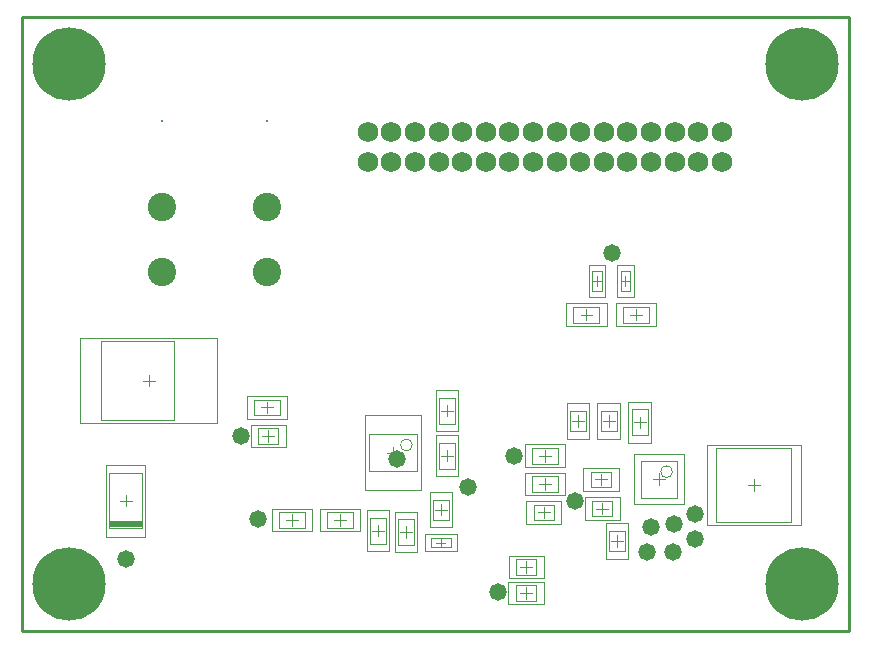
<source format=gbs>
G04*
G04 #@! TF.GenerationSoftware,Altium Limited,Altium Designer,18.1.11 (251)*
G04*
G04 Layer_Color=16711935*
%FSLAX25Y25*%
%MOIN*%
G70*
G01*
G75*
%ADD13C,0.00394*%
%ADD14C,0.01000*%
%ADD17R,0.10984X0.02436*%
%ADD18C,0.00197*%
%ADD47C,0.24422*%
%ADD48C,0.06800*%
%ADD49C,0.00800*%
%ADD50C,0.09461*%
%ADD51C,0.05800*%
D13*
X129996Y62059D02*
G03*
X129996Y62059I-1969J0D01*
G01*
X216733Y53150D02*
G03*
X216733Y53150I-1969J0D01*
G01*
X256209Y36221D02*
Y61024D01*
X231406Y36221D02*
Y61024D01*
Y36221D02*
X256209D01*
X231406Y61024D02*
X256209D01*
X39992Y34445D02*
Y52555D01*
X29008Y34445D02*
Y52555D01*
X39992D01*
X29008Y34445D02*
X39992D01*
X77169Y71866D02*
X85831D01*
X77169Y77181D02*
X85831D01*
Y71866D02*
Y77181D01*
X77169Y71866D02*
Y77181D01*
X115429Y53398D02*
Y65602D01*
X131571Y53398D02*
Y65602D01*
X115429Y53398D02*
X131571D01*
X115429Y65602D02*
X131571D01*
X202647Y113362D02*
Y120055D01*
X199497Y113362D02*
Y120055D01*
X202647D01*
X199497Y113362D02*
X202647D01*
X193147D02*
Y120055D01*
X189997Y113362D02*
Y120055D01*
X193147D01*
X189997Y113362D02*
X193147D01*
X183741Y108158D02*
X192403D01*
X183741Y102842D02*
X192403D01*
X183741D02*
Y108158D01*
X192403Y102842D02*
Y108158D01*
X200241Y102842D02*
X208903D01*
X200241Y108158D02*
X208903D01*
Y102842D02*
Y108158D01*
X200241Y102842D02*
Y108158D01*
X171299Y10063D02*
Y15378D01*
X164606Y10063D02*
Y15378D01*
Y10063D02*
X171299D01*
X164606Y15378D02*
X171299D01*
X203150Y65197D02*
Y73859D01*
X208465Y65197D02*
Y73859D01*
X203150Y65197D02*
X208465D01*
X203150Y73859D02*
X208465D01*
X192828Y66681D02*
X198143D01*
X192828Y73374D02*
X198143D01*
X192828Y66681D02*
Y73374D01*
X198143Y66681D02*
Y73374D01*
X182650Y66681D02*
X187965D01*
X182650Y73374D02*
X187965D01*
X182650Y66681D02*
Y73374D01*
X187965Y66681D02*
Y73374D01*
X170461Y36870D02*
Y42185D01*
X177154Y36870D02*
Y42185D01*
X170461D02*
X177154D01*
X170461Y36870D02*
X177154D01*
X169977Y46370D02*
X178638D01*
X169977Y51685D02*
X178638D01*
Y46370D02*
Y51685D01*
X169977Y46370D02*
Y51685D01*
X170020Y61116D02*
X178681D01*
X170020Y55801D02*
X178681D01*
X170020D02*
Y61116D01*
X178681Y55801D02*
Y61116D01*
X190008Y38192D02*
Y43507D01*
X196701Y38192D02*
Y43507D01*
X190008D02*
X196701D01*
X190008Y38192D02*
X196701D01*
X195650Y26660D02*
X200965D01*
X195650Y33353D02*
X200965D01*
X195650Y26660D02*
Y33353D01*
X200965Y26660D02*
Y33353D01*
X189508Y47870D02*
Y53185D01*
X196201Y47870D02*
Y53185D01*
X189508D02*
X196201D01*
X189508Y47870D02*
X196201D01*
X138842Y54169D02*
Y62831D01*
X144158Y54169D02*
Y62831D01*
X138842Y54169D02*
X144158D01*
X138842Y62831D02*
X144158D01*
X138842Y69169D02*
Y77831D01*
X144158Y69169D02*
Y77831D01*
X138842Y69169D02*
X144158D01*
X138842Y77831D02*
X144158D01*
X85669Y39701D02*
X94331D01*
X85669Y34386D02*
X94331D01*
X85669D02*
Y39701D01*
X94331Y34386D02*
Y39701D01*
X101669Y34386D02*
X110331D01*
X101669Y39701D02*
X110331D01*
Y34386D02*
Y39701D01*
X101669Y34386D02*
Y39701D01*
X136843Y43846D02*
X142157D01*
X136843Y37154D02*
X142157D01*
Y43846D01*
X136843Y37154D02*
Y43846D01*
X136153Y27925D02*
X142847D01*
X136153Y31075D02*
X142847D01*
Y27925D02*
Y31075D01*
X136153Y27925D02*
Y31075D01*
X121158Y29169D02*
Y37831D01*
X115842Y29169D02*
Y37831D01*
X121158D01*
X115842Y29169D02*
X121158D01*
X125343Y28669D02*
Y37331D01*
X130657Y28669D02*
Y37331D01*
X125343Y28669D02*
X130657D01*
X125343Y37331D02*
X130657D01*
X171394Y18741D02*
Y24056D01*
X164701Y18741D02*
Y24056D01*
Y18741D02*
X171394D01*
X164701Y24056D02*
X171394D01*
X206103Y56693D02*
X218307D01*
X206103Y44488D02*
X218307D01*
Y56693D01*
X206103Y44488D02*
Y56693D01*
X78654Y62343D02*
X85347D01*
X78654Y67658D02*
X85347D01*
Y62343D02*
Y67658D01*
X78654Y62343D02*
Y67658D01*
X26153Y96787D02*
X50642D01*
X26153Y70213D02*
X50642D01*
X26153D02*
Y96787D01*
X50642Y70213D02*
Y96787D01*
X241839Y48622D02*
X245776D01*
X243807Y46654D02*
Y50591D01*
X32531Y43500D02*
X36468D01*
X34500Y41532D02*
Y45469D01*
X81500Y72555D02*
Y76492D01*
X79532Y74524D02*
X83469D01*
X121531Y59500D02*
X125469D01*
X123500Y57531D02*
Y61468D01*
X199497Y116709D02*
X202647D01*
X201072Y115134D02*
Y118283D01*
X189997Y116709D02*
X193147D01*
X191572Y115134D02*
Y118283D01*
X188072Y103532D02*
Y107468D01*
X186103Y105500D02*
X190040D01*
X204572Y103532D02*
Y107468D01*
X202603Y105500D02*
X206540D01*
X165984Y12720D02*
X169921D01*
X167953Y10752D02*
Y14689D01*
X203839Y69528D02*
X207776D01*
X205807Y67559D02*
Y71496D01*
X195485Y68059D02*
Y71996D01*
X193517Y70028D02*
X197454D01*
X185307Y68059D02*
Y71996D01*
X183339Y70028D02*
X187276D01*
X171839Y39528D02*
X175776D01*
X173807Y37559D02*
Y41496D01*
X174307Y47059D02*
Y50996D01*
X172339Y49028D02*
X176276D01*
X174351Y56490D02*
Y60427D01*
X172382Y58459D02*
X176319D01*
X191386Y40850D02*
X195323D01*
X193355Y38881D02*
Y42818D01*
X198307Y28038D02*
Y31975D01*
X196339Y30006D02*
X200276D01*
X190886Y50528D02*
X194823D01*
X192855Y48559D02*
Y52496D01*
X139532Y58500D02*
X143468D01*
X141500Y56532D02*
Y60469D01*
X139532Y73500D02*
X143468D01*
X141500Y71531D02*
Y75468D01*
X90000Y35075D02*
Y39012D01*
X88032Y37043D02*
X91969D01*
X106000Y35075D02*
Y39012D01*
X104032Y37043D02*
X107968D01*
X139500Y38532D02*
Y42469D01*
X137531Y40500D02*
X141469D01*
X139500Y27925D02*
Y31075D01*
X137925Y29500D02*
X141075D01*
X116532Y33500D02*
X120468D01*
X118500Y31532D02*
Y35469D01*
X126031Y33000D02*
X129969D01*
X128000Y31032D02*
Y34969D01*
X166079Y21399D02*
X170016D01*
X168047Y19430D02*
Y23367D01*
X212205Y48622D02*
Y52559D01*
X210237Y50591D02*
X214174D01*
X82000Y63032D02*
Y66969D01*
X80032Y65000D02*
X83969D01*
X42177Y81532D02*
Y85469D01*
X40209Y83500D02*
X44146D01*
D14*
X0Y0D02*
Y204724D01*
Y0D02*
X275590D01*
Y204724D01*
X0D02*
X275590D01*
D17*
X34500Y35663D02*
D03*
D18*
X259457Y35237D02*
Y62008D01*
X228158Y35237D02*
Y62008D01*
Y35237D02*
X259457D01*
X228158Y62008D02*
X259457D01*
X40996Y31492D02*
Y55508D01*
X28004Y31492D02*
Y55508D01*
X40996D01*
X28004Y31492D02*
X40996D01*
X74807Y70784D02*
X88193D01*
X74807Y78264D02*
X88193D01*
Y70784D02*
Y78264D01*
X74807Y70784D02*
Y78264D01*
X114248Y47098D02*
Y71902D01*
X132752Y47098D02*
Y71902D01*
X114248Y47098D02*
X132752D01*
X114248Y71902D02*
X132752D01*
X203828Y111394D02*
Y122024D01*
X198316Y111394D02*
Y122024D01*
X203828D01*
X198316Y111394D02*
X203828D01*
X194328D02*
Y122024D01*
X188816Y111394D02*
Y122024D01*
X194328D01*
X188816Y111394D02*
X194328D01*
X181379Y109240D02*
X194765D01*
X181379Y101760D02*
X194765D01*
X181379D02*
Y109240D01*
X194765Y101760D02*
Y109240D01*
X197879Y101760D02*
X211265D01*
X197879Y109240D02*
X211265D01*
Y101760D02*
Y109240D01*
X197879Y101760D02*
Y109240D01*
X173858Y8980D02*
Y16461D01*
X162047Y8980D02*
Y16461D01*
Y8980D02*
X173858D01*
X162047Y16461D02*
X173858D01*
X202067Y62835D02*
Y76221D01*
X209547Y62835D02*
Y76221D01*
X202067Y62835D02*
X209547D01*
X202067Y76221D02*
X209547D01*
X191745Y64122D02*
X199226D01*
X191745Y75933D02*
X199226D01*
X191745Y64122D02*
Y75933D01*
X199226Y64122D02*
Y75933D01*
X181567Y64122D02*
X189048D01*
X181567Y75933D02*
X189048D01*
X181567Y64122D02*
Y75933D01*
X189048Y64122D02*
Y75933D01*
X167902Y35788D02*
Y43268D01*
X179713Y35788D02*
Y43268D01*
X167902D02*
X179713D01*
X167902Y35788D02*
X179713D01*
X167614Y45288D02*
X181000D01*
X167614Y52768D02*
X181000D01*
Y45288D02*
Y52768D01*
X167614Y45288D02*
Y52768D01*
X167658Y62199D02*
X181044D01*
X167658Y54719D02*
X181044D01*
X167658D02*
Y62199D01*
X181044Y54719D02*
Y62199D01*
X187449Y37110D02*
Y44590D01*
X199260Y37110D02*
Y44590D01*
X187449D02*
X199260D01*
X187449Y37110D02*
X199260D01*
X194567Y24101D02*
X202047D01*
X194567Y35912D02*
X202047D01*
X194567Y24101D02*
Y35912D01*
X202047Y24101D02*
Y35912D01*
X186949Y46788D02*
Y54268D01*
X198760Y46788D02*
Y54268D01*
X186949D02*
X198760D01*
X186949Y46788D02*
X198760D01*
X137760Y51807D02*
Y65193D01*
X145240Y51807D02*
Y65193D01*
X137760Y51807D02*
X145240D01*
X137760Y65193D02*
X145240D01*
X137760Y66807D02*
Y80193D01*
X145240Y66807D02*
Y80193D01*
X137760Y66807D02*
X145240D01*
X137760Y80193D02*
X145240D01*
X83307Y40784D02*
X96693D01*
X83307Y33303D02*
X96693D01*
X83307D02*
Y40784D01*
X96693Y33303D02*
Y40784D01*
X99307Y33303D02*
X112693D01*
X99307Y40784D02*
X112693D01*
Y33303D02*
Y40784D01*
X99307Y33303D02*
Y40784D01*
X135760Y46406D02*
X143240D01*
X135760Y34595D02*
X143240D01*
Y46406D01*
X135760Y34595D02*
Y46406D01*
X134185Y26744D02*
X144815D01*
X134185Y32256D02*
X144815D01*
Y26744D02*
Y32256D01*
X134185Y26744D02*
Y32256D01*
X122240Y26807D02*
Y40193D01*
X114760Y26807D02*
Y40193D01*
X122240D01*
X114760Y26807D02*
X122240D01*
X124260Y26307D02*
Y39693D01*
X131740Y26307D02*
Y39693D01*
X124260Y26307D02*
X131740D01*
X124260Y39693D02*
X131740D01*
X173953Y17659D02*
Y25139D01*
X162142Y17659D02*
Y25139D01*
Y17659D02*
X173953D01*
X162142Y25139D02*
X173953D01*
X203937Y58859D02*
X220473D01*
X203937Y42323D02*
X220473D01*
Y58859D01*
X203937Y42323D02*
Y58859D01*
X76095Y61260D02*
X87906D01*
X76095Y68740D02*
X87906D01*
Y61260D02*
Y68740D01*
X76095Y61260D02*
Y68740D01*
X19342Y97772D02*
X65012D01*
X19342Y69228D02*
X65012D01*
X19342D02*
Y97772D01*
X65012Y69228D02*
Y97772D01*
D47*
X259842Y188976D02*
D03*
X15748D02*
D03*
X259842Y15748D02*
D03*
X15748D02*
D03*
D48*
X115132Y166339D02*
D03*
Y156496D02*
D03*
X233242D02*
D03*
X225368D02*
D03*
X217494D02*
D03*
X209620D02*
D03*
X201746D02*
D03*
X193872D02*
D03*
X185998D02*
D03*
X178124D02*
D03*
X170250D02*
D03*
X162376D02*
D03*
X154502D02*
D03*
X146628D02*
D03*
X138754D02*
D03*
X130880D02*
D03*
X123006D02*
D03*
Y166339D02*
D03*
X130880D02*
D03*
X138754D02*
D03*
X146628D02*
D03*
X154502D02*
D03*
X162376D02*
D03*
X170250D02*
D03*
X233242D02*
D03*
X225368D02*
D03*
X217494D02*
D03*
X209620D02*
D03*
X201746D02*
D03*
X193872D02*
D03*
X185998D02*
D03*
X178124D02*
D03*
D49*
X81646Y170079D02*
D03*
X46500D02*
D03*
D50*
X81646Y141339D02*
D03*
Y119685D02*
D03*
X46500Y141339D02*
D03*
Y119685D02*
D03*
D51*
X158500Y13000D02*
D03*
X184280Y43500D02*
D03*
X163779Y58459D02*
D03*
X78500Y37295D02*
D03*
X34500Y24000D02*
D03*
X148500Y48000D02*
D03*
X196572Y126000D02*
D03*
X73000Y65156D02*
D03*
X125000Y57500D02*
D03*
X209573Y34528D02*
D03*
X208268Y26437D02*
D03*
X216807D02*
D03*
X224337Y30528D02*
D03*
X217221Y35762D02*
D03*
X224337Y39028D02*
D03*
M02*

</source>
